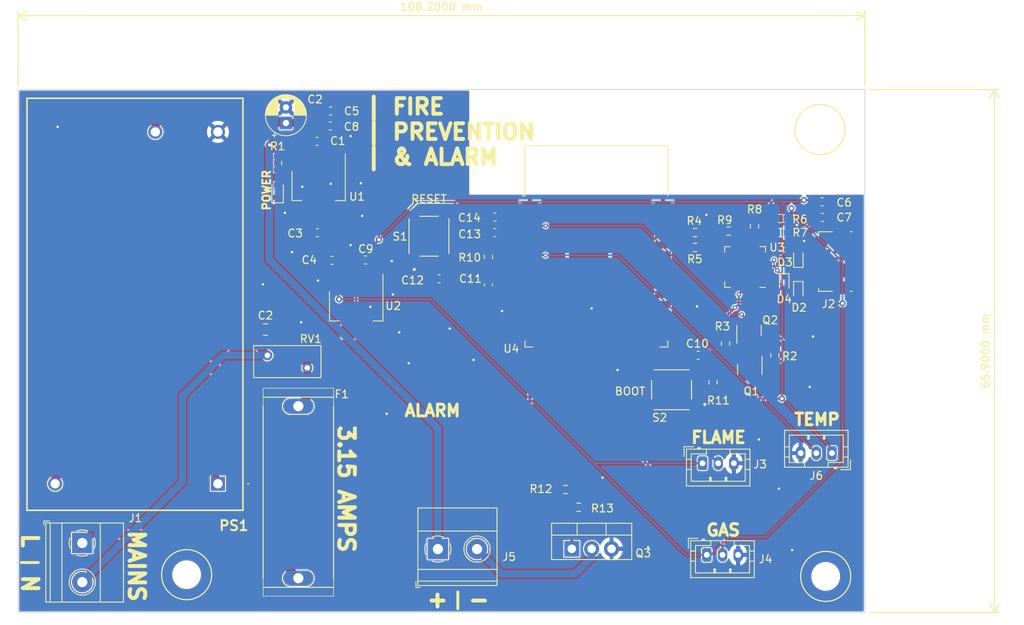
<source format=kicad_pcb>
(kicad_pcb (version 20211014) (generator pcbnew)
  (layers (0 "F.Cu" signal) (31 "B.Cu" signal) (34 "B.Paste" user) (35 "F.Paste" user) (36 "B.SilkS" user "B.Silkscreen") (37 "F.SilkS" user "F.Silkscreen") (38 "B.Mask" user) (39 "F.Mask" user) (44 "Edge.Cuts" user))
  (net 0 "")
  (net 1 "+12V")
  (net 2 "GND")
  (net 3 "Net-(C2-Pad1)")
  (net 4 "N")
  (net 5 "+5V")
  (net 6 "+3V3")
  (net 7 "/EN")
  (net 8 "Net-(D1-Pad2)")
  (net 9 "/USB_DP")
  (net 10 "/USB_DN")
  (net 11 "Net-(J1-Pad1)")
  (net 13 "Net-(F1-PadP$2)")
  (net 14 "Net-(J1-Pad2)")
  (net 15 "/FLAME")
  (net 16 "/DTR")
  (net 17 "Net-(Q1-Pad2)")
  (net 18 "/I00")
  (net 19 "/RTS")
  (net 20 "Net-(Q2-Pad2)")
  (net 21 "/TXD")
  (net 22 "/RXD")
  (net 23 "Net-(R6-Pad2)")
  (net 24 "Net-(R8-Pad1)")
  (net 25 "Net-(R9-Pad1)")
  (net 66 "/TXD0")
  (net 67 "/RXD0")
  (net 68 "/IO0")
  (net 71 "/GAS")
  (net 72 "Net-(J5-Pad2)")
  (net 73 "/TEMP")
  (net 74 "Net-(Q3-Pad1)")
  (net 75 "/ALARM")
  (footprint "RF_Module:ESP32-WROOM-32" (layer "F.Cu") (at 165 89.55)
    (fp_text reference "U4")
    (fp_text value "ESP32-S")
  )
  (footprint "Resistor_SMD:R_0603_1608Metric" (layer "F.Cu") (at 161.05 117.66)
    (fp_text reference "R12")
    (fp_text value "220/10V/5%")
  )
  (footprint "Capacitor_SMD:C_0603_1608Metric" (layer "F.Cu") (at 193.85 80.86 180)
    (fp_text reference "C6")
    (fp_text value "4.7uF/50v")
  )
  (footprint "LED_SMD:LED_0603_1608Metric" (layer "F.Cu") (at 124.25 79.51 90)
    (fp_text reference "D1" hide)
    (fp_text value "12V")
  )
  (footprint "Resistor_SMD:R_0603_1608Metric" (layer "F.Cu") (at 177.6 84.8)
    (fp_text reference "R4")
    (fp_text value "0R")
  )
  (footprint "Package_DFN_QFN:QFN-28-1EP_5x5mm_P0.5mm_EP3.35x3.35mm" (layer "F.Cu") (at 184 89.2 180)
    (fp_text reference "U3")
    (fp_text value "CP2102N-Axx-xQFN28")
  )
  (footprint "Capacitor_SMD:C_0603_1608Metric" (layer "F.Cu") (at 131.025 69.26)
    (fp_text reference "C5")
    (fp_text value "10uF/10V/10%")
  )
  (footprint "TS-1187A-B-A-B:SW_TS-1187A-B-A-B" (layer "F.Cu") (at 143.6 85.2625 90)
    (fp_text reference "S1")
    (fp_text value "TS-1187A-B-A-B")
  )
  (footprint "Fuse:Fuse_BelFuse_0ZRE0005FF_L8.3mm_W3.8mm" (layer "F.Cu") (at 128.05 102.1 180)
    (fp_text reference "RV1")
    (fp_text value "Varistor")
  )
  (footprint "Capacitor_SMD:C_0603_1608Metric" (layer "F.Cu") (at 129.3 73.14)
    (fp_text reference "C1")
    (fp_text value "10uF/10V/10%")
  )
  (footprint "Resistor_SMD:R_0603_1608Metric" (layer "F.Cu") (at 181.9 84.6 180)
    (fp_text reference "R9")
    (fp_text value "10K")
  )
  (footprint "Connector_USB:USB_Micro-B_Molex_47346-0001" (layer "F.Cu") (at 195.1 88.5 90)
    (fp_text reference "J2")
    (fp_text value "USB_B_Micro")
  )
  (footprint "Capacitor_SMD:C_0603_1608Metric" (layer "F.Cu") (at 129.35 84.81 180)
    (fp_text reference "C3")
    (fp_text value "10uF/10V/10%")
  )
  (footprint "Diode_SMD:D_SOD-523" (layer "F.Cu") (at 190.8 92.2 -90)
    (fp_text reference "D2")
    (fp_text value "D_TVS_Filled")
  )
  (footprint "MC000827:MC000827" (layer "F.Cu") (at 131.40675 107 -90)
    (fp_text reference "F1")
    (fp_text value "MC000827")
  )
  (footprint "Capacitor_SMD:C_0603_1608Metric" (layer "F.Cu") (at 152.025 82.815 180)
    (fp_text reference "C14")
    (fp_text value "22uF/10V/10%")
  )
  (footprint "Capacitor_SMD:C_0603_1608Metric" (layer "F.Cu") (at 131.2 88.35 180)
    (fp_text reference "C4")
    (fp_text value "22uF/10V/10%")
  )
  (footprint "Resistor_SMD:R_0603_1608Metric" (layer "F.Cu") (at 185.2 84 90)
    (fp_text reference "R8")
    (fp_text value "2K")
  )
  (footprint "Resistor_SMD:R_0603_1608Metric" (layer "F.Cu") (at 151.2 87.9 -90)
    (fp_text reference "R10")
    (fp_text value "10k")
  )
  (footprint "Capacitor_SMD:C_0603_1608Metric" (layer "F.Cu") (at 152 84.8 180)
    (fp_text reference "C13")
    (fp_text value "100nF/10V/10%")
  )
  (footprint "MountingHole:MountingHole_3.2mm_M3" (layer "F.Cu") (at 193.57 71.62)
    (fp_text reference "REF**" hide)
    (fp_text value "MountingHole_3.2mm_M3")
  )
  (footprint "Diode_SMD:D_SOD-523" (layer "F.Cu") (at 190.8 88.1 90)
    (fp_text reference "D3")
    (fp_text value "D_TVS_Filled")
  )
  (footprint "Connector_JST:JST_PH_B3B-PH-K_1x03_P2.00mm_Vertical" (layer "F.Cu") (at 179.11 126.02)
    (fp_text reference "J4")
    (fp_text value "GAS_SENSOR_MQ2")
  )
  (footprint "Package_TO_SOT_SMD:SOT-23" (layer "F.Cu") (at 184.5 97.3 90)
    (fp_text reference "Q2")
    (fp_text value "SS8050")
  )
  (footprint "Capacitor_SMD:C_0603_1608Metric" (layer "F.Cu") (at 193.875 82.86 180)
    (fp_text reference "C7")
    (fp_text value "0.1uF/50v")
  )
  (footprint "Package_TO_SOT_SMD:SOT-223-3_TabPin2" (layer "F.Cu") (at 134.3 94.2 -90)
    (fp_text reference "U2")
    (fp_text value "AMS1117-3.3")
  )
  (footprint "Resistor_SMD:R_0603_1608Metric" (layer "F.Cu") (at 187.8 100.5 90)
    (fp_text reference "R2")
    (fp_text value "10k")
  )
  (footprint "Connector_JST:JST_PH_B3B-PH-K_1x03_P2.00mm_Vertical" (layer "F.Cu") (at 178.56 114.3)
    (fp_text reference "J3")
    (fp_text value "FLAME_SENSOR_KYO26")
  )
  (footprint "Resistor_SMD:R_0603_1608Metric" (layer "F.Cu") (at 162.73 119.93 180)
    (fp_text reference "R13")
    (fp_text value "47K/10V/5%")
  )
  (footprint "Package_TO_SOT_SMD:SOT-23" (layer "F.Cu") (at 184.6 102.3 -90)
    (fp_text reference "Q1")
    (fp_text value "SS8050")
  )
  (footprint "Resistor_SMD:R_0603_1608Metric" (layer "F.Cu") (at 179.9 103.945 90)
    (fp_text reference "R11")
    (fp_text value "10k")
  )
  (footprint "Resistor_SMD:R_0603_1608Metric" (layer "F.Cu") (at 181.5 99 -90)
    (fp_text reference "R3")
    (fp_text value "10k")
  )
  (footprint "Connector_JST:JST_PH_B3B-PH-K_1x03_P2.00mm_Vertical" (layer "F.Cu") (at 195.1 113 180)
    (fp_text reference "J6")
    (fp_text value "TEMPERATURE_SENSOR_DHT22")
  )
  (footprint "Capacitor_SMD:C_0603_1608Metric" (layer "F.Cu") (at 135.5 88.3)
    (fp_text reference "C9")
    (fp_text value "22uF/10V/10%")
  )
  (footprint "Capacitor_SMD:C_0603_1608Metric" (layer "F.Cu") (at 151.2 91.5 -90)
    (fp_text reference "C11")
    (fp_text value "0.1uF")
  )
  (footprint "Capacitor_SMD:C_0603_1608Metric" (layer "F.Cu") (at 131 71.16)
    (fp_text reference "C8")
    (fp_text value "22uF/10V/10%")
  )
  (footprint "MountingHole:MountingHole_3.2mm_M3" (layer "F.Cu") (at 112.63 128.55)
    (fp_text reference "REF**" hide)
    (fp_text value "MountingHole_3.2mm_M3")
  )
  (footprint "Capacitor_THT:CP_Radial_D5.0mm_P2.00mm" (layer "F.Cu") (at 125.32 70.785113 90)
    (fp_text reference "C2")
    (fp_text value "22uF/50V/20%")
  )
  (footprint "MountingHole:MountingHole_3.2mm_M3" (layer "F.Cu") (at 194.3 128.77)
    (fp_text reference "REF**" hide)
    (fp_text value "MountingHole_3.2mm_M3")
  )
  (footprint "RAC20E-12SK_277:RAC20E12SK277" (layer "F.Cu") (at 116.63 116.92 90)
    (fp_text reference "PS1")
    (fp_text value "RAC20E-12SK_277" hide)
  )
  (footprint "TS-1187A-B-A-B:SW_TS-1187A-B-A-B" (layer "F.Cu") (at 174.6 104.9 180)
    (fp_text reference "S2")
    (fp_text value "TS-1187A-B-A-B")
  )
  (footprint "TerminalBlock_Phoenix:TerminalBlock_Phoenix_MKDS-1,5-2_1x02_P5.00mm_Horizontal" (layer "F.Cu") (at 99.295 124.5 -90)
    (fp_text reference "J1")
    (fp_text value "MAINS")
  )
  (footprint "Package_TO_SOT_SMD:SOT-223-3_TabPin2" (layer "F.Cu") (at 129.5 78.8 -90)
    (fp_text reference "U1")
    (fp_text value "AMS1117-5.0")
  )
  (footprint "Diode_SMD:D_SOD-523" (layer "F.Cu") (at 189 91.2 -90)
    (fp_text reference "D4")
    (fp_text value "D_TVS_Filled")
  )
  (footprint "Resistor_SMD:R_0603_1608Metric" (layer "F.Cu") (at 188.525 83 180)
    (fp_text reference "R6")
    (fp_text value "22.1K")
  )
  (footprint "TerminalBlock_Phoenix:TerminalBlock_Phoenix_MKDS-1,5-2_1x02_P5.00mm_Horizontal" (layer "F.Cu") (at 144.74 125.275)
    (fp_text reference "J5")
    (fp_text value "ALARM_SIREN_12V")
  )
  (footprint "Capacitor_SMD:C_0603_1608Metric" (layer "F.Cu") (at 144.9 90.7)
    (fp_text reference "C12")
    (fp_text value "0.1uF/50v")
  )
  (footprint "Resistor_SMD:R_0603_1608Metric" (layer "F.Cu") (at 188.55 84.8 180)
    (fp_text reference "R7")
    (fp_text value "47.5K")
  )
  (footprint "Package_TO_SOT_THT:TO-220-3_Vertical" (layer "F.Cu") (at 161.85 125.245)
    (fp_text reference "Q3")
    (fp_text value "IRLZ44N")
  )
  (footprint "Capacitor_SMD:C_0805_2012Metric" (layer "F.Cu") (at 122.7 97.2 180)
    (fp_text reference "C2")
    (fp_text value "100nF")
  )
  (footprint "Capacitor_SMD:C_0603_1608Metric" (layer "F.Cu") (at 178 100.5 180)
    (fp_text reference "C10")
    (fp_text value "0.1uF/50v")
  )
  (footprint "Resistor_SMD:R_0603_1608Metric" (layer "F.Cu") (at 124.25 75.91 -90)
    (fp_text reference "R1")
    (fp_text value "2k")
  )
  (footprint "Resistor_SMD:R_0603_1608Metric" (layer "F.Cu") (at 177.6 86.7)
    (fp_text reference "R5")
    (fp_text value "0R")
  )
  (gr_rect (start 91.1 66.5) (end 199.3 133.4) (layer "Edge.Cuts") (width 0.1) (fill none))
  (gr_text "N\n" (at 92.6 129.7 270) (layer "F.SilkS") (effects (font (size 2 2) (thickness 0.5))))
  (gr_text "| FIRE\n| PREVENTION\n| & ALARM" (at 135.26 71.92) (layer "F.SilkS") (effects (font (size 2 2) (thickness 0.5)) (justify left)))
  (gr_text "|" (at 147.29 131.72) (layer "F.SilkS") (effects (font (size 1.5 1.5) (thickness 0.375))))
  (gr_text "+" (at 144.69 131.72) (layer "F.SilkS") (effects (font (size 2 2) (thickness 0.5))))
  (gr_text "3.15 AMPS" (at 133.03 117.59 270) (layer "F.SilkS") (effects (font (size 2 2) (thickness 0.5))))
  (gr_text "|" (at 92.7 127 270) (layer "F.SilkS") (effects (font (size 1.5 1.5) (thickness 0.375))))
  (gr_text "GAS" (at 181.21 122.85) (layer "F.SilkS") (effects (font (size 1.5 1.5) (thickness 0.375))))
  (gr_text "TEMP" (at 193.2 108.7) (layer "F.SilkS") (effects (font (size 1.5 1.5) (thickness 0.375))))
  (gr_text "MAINS" (at 106.24 127.44 270) (layer "F.SilkS") (effects (font (size 2 2) (thickness 0.5))))
  (gr_text "FLAME" (at 180.6 111) (layer "F.SilkS") (effects (font (size 1.5 1.5) (thickness 0.375))))
  (gr_text "RESET" (at 143.6 80.5) (layer "F.SilkS") (effects (font (size 1 1))))
  (gr_text "ALARM" (at 144.05 107.57) (layer "F.SilkS") (effects (font (size 1.5 1.5) (thickness 0.375))))
  (gr_text "-" (at 149.99 131.72) (layer "F.SilkS") (effects (font (size 2 2) (thickness 0.5))))
  (gr_text "POWER" (at 122.85 79.38 90) (layer "F.SilkS") (effects (font (size 1 1) (thickness 0.25))))
  (gr_text "L" (at 92.6 124.2 270) (layer "F.SilkS") (effects (font (size 2 2) (thickness 0.5))))
  (gr_text "BOOT" (at 169.3 105.1) (layer "F.SilkS") (effects (font (size 1 1))))
  (dimension (type aligned) (layer "F.SilkS") (pts (xy 91.1 66.51) (xy 199.3 66.5)) (height -9.45489) (gr_text "108.2000 mm" (at 145.19902 55.90011 0.005295358535) (layer "F.SilkS") (effects (font (size 1 1) (thickness 0.15)))) (format (units 3) (units_format 1) (precision 4)) (style (thickness 0.15) (arrow_length 1.27) (text_position_mode 0) (extension_height 0.58642) (extension_offset 0.5) keep_text_aligned))
  (dimension (type aligned) (layer "F.SilkS") (pts (xy 199.3 66.5) (xy 199.3 133.4)) (height -16.56) (gr_text "66.9000 mm" (at 214.71 99.95 90) (layer "F.SilkS") (effects (font (size 1 1) (thickness 0.15)))) (format (units 3) (units_format 1) (precision 4)) (style (thickness 0.15) (arrow_length 1.27) (text_position_mode 0) (extension_height 0.58642) (extension_offset 0.5) keep_text_aligned))
  (segment (start 128.525 72.86) (end 130.225 71.16) (width 1) (layer "F.Cu") (net 1))
  (segment (start 123.69 73.14) (end 123.25 73.58) (width 1) (layer "F.Cu") (net 1))
  (segment (start 130.225 69.285) (end 130.25 69.26) (width 1) (layer "F.Cu") (net 1))
  (segment (start 108.63 71.92) (end 108.63 70.99) (width 1) (layer "F.Cu") (net 1))
  (segment (start 128.525 73.14) (end 128.525 72.86) (width 1) (layer "F.Cu") (net 1))
  (segment (start 127.2 75.65) (end 127.2 74.465) (width 1) (layer "F.Cu") (net 1))
  (segment (start 128.525 73.14) (end 123.69 73.14) (width 1) (layer "F.Cu") (net 1))
  (segment (start 123.72 70) (end 124.505113 70.785113) (width 1) (layer "F.Cu") (net 1))
  (segment (start 130.225 71.16) (end 130.225 69.285) (width 1) (layer "F.Cu") (net 1))
  (segment (start 130.25 69.26) (end 128.41 69.26) (width 1) (layer "F.Cu") (net 1))
  (segment (start 108.63 70.99) (end 109.62 70) (width 1) (layer "F.Cu") (net 1))
  (segment (start 124.815 75.65) (end 127.2 75.65) (width 0.25) (layer "F.Cu") (net 1))
  (segment (start 109.62 70) (end 123.72 70) (width 1) (layer "F.Cu") (net 1))
  (segment (start 128.41 69.26) (end 126.884887 70.785113) (width 1) (layer "F.Cu") (net 1))
  (segment (start 124.25 75.085) (end 124.815 75.65) (width 0.25) (layer "F.Cu") (net 1))
  (segment (start 127.2 74.465) (end 128.525 73.14) (width 1) (layer "F.Cu") (net 1))
  (segment (start 126.884887 70.785113) (end 125.32 70.785113) (width 1) (layer "F.Cu") (net 1))
  (segment (start 124.505113 70.785113) (end 125.32 70.785113) (width 1) (layer "F.Cu") (net 1))
  (via (at 123.25 73.58) (size 0.8) (drill 0.4) (layers "F.Cu" "B.Cu") (net 1))
  (segment (start 123.2 73.63) (end 123.2 88.3125) (width 1) (layer "B.Cu") (net 1))
  (segment (start 123.2 88.3125) (end 144.74 109.8525) (width 1) (layer "B.Cu") (net 1))
  (segment (start 144.74 109.8525) (end 144.74 125.275) (width 1) (layer "B.Cu") (net 1))
  (segment (start 123.25 73.58) (end 123.2 73.63) (width 1) (layer "B.Cu") (net 1))
  (segment (start 186.45 89.7) (end 184.5 89.7) (width 0.25) (layer "F.Cu") (net 2))
  (segment (start 194.6125 91.875) (end 193.725 90.9875) (width 0.25) (layer "F.Cu") (net 2))
  (segment (start 196.3 91.875) (end 194.6125 91.875) (width 0.25) (layer "F.Cu") (net 2))
  (segment (start 186.87 89.7) (end 189 91.83) (width 0.25) (layer "F.Cu") (net 2))
  (segment (start 189 91.83) (end 189 91.9) (width 0.25) (layer "F.Cu") (net 2))
  (segment (start 186.45 89.7) (end 186.87 89.7) (width 0.25) (layer "F.Cu") (net 2))
  (segment (start 184.5 89.7) (end 184 89.2) (width 0.25) (layer "F.Cu") (net 2))
  (via (at 164.38 94.5) (size 0.6) (drill 0.3) (layers "F.Cu" "B.Cu") (net 2))
  (via (at 188.31 117.55) (size 0.6) (drill 0.3) (layers "F.Cu" "B.Cu") (net 2))
  (via (at 185.76 111.26) (size 0.6) (drill 0.3) (layers "F.Cu" "B.Cu") (net 2))
  (via (at 165.78 116.14) (size 0.6) (drill 0.3) (layers "F.Cu" "B.Cu") (net 2))
  (via (at 126.09 87.3) (size 0.6) (drill 0.3) (layers "F.Cu" "B.Cu") (net 2))
  (via (at 149.3 101.08) (size 0.6) (drill 0.3) (layers "F.Cu" "B.Cu") (net 2))
  (via (at 134.9 78.49) (size 0.6) (drill 0.3) (layers "F.Cu" "B.Cu") (net 2))
  (via (at 122.38 91.42) (size 0.6) (drill 0.3) (layers "F.Cu" "B.Cu") (net 2))
  (via (at 129.42 90.94) (size 0.6) (drill 0.3) (layers "F.Cu" "B.Cu") (net 2))
  (via (at 192.68 98.09) (size 0.6) (drill 0.3) (layers "F.Cu" "B.Cu") (net 2))
  (via (at 191.55 85.87) (size 0.6) (drill 0.3) (layers "F.Cu" "B.Cu") (net 2))
  (via (at 138.2 107.97) (size 0.6) (drill 0.3) (layers "F.Cu" "B.Cu") (net 2))
  (via (at 167.7 102.38) (size 0.6) (drill 0.3) (layers "F.Cu" "B.Cu") (net 2))
  (via (at 190.02 125.4) (size 0.6) (drill 0.3) (layers "F.Cu" "B.Cu") (net 2))
  (via (at 152.94 94.84) (size 0.6) (drill 0.3) (layers "F.Cu" "B.Cu") (net 2))
  (via (at 171.61 125.04) (size 0.6) (drill 0.3) (layers "F.Cu" "B.Cu") (net 2))
  (via (at 133.58 86.4) (size 0.6) (drill 0.3) (layers "F.Cu" "B.Cu") (net 2))
  (via (at 141.01 101.51) (size 0.6) (drill 0.3) (layers "F.Cu" "B.Cu") (net 2))
  (via (at 133.58 72.46) (size 0.6) (drill 0.3) (layers "F.Cu" "B.Cu") (net 2))
  (via (at 179.05 82.54) (size 0.6) (drill 0.3) (layers "F.Cu" "B.Cu") (net 2))
  (via (at 96.15 71.28) (size 0.6) (drill 0.3) (layers "F.Cu" "B.Cu") (net 2))
  (via (at 138.99 92.71) (size 0.6) (drill 0.3) (layers "F.Cu" "B.Cu") (net 2))
  (via (at 125.19 82.27) (size 0.6) (drill 0.3) (layers "F.Cu" "B.Cu") (net 2))
  (via (at 192.26 104.54) (size 0.6) (drill 0.3) (layers "F.Cu" "B.Cu") (net 2))
  (via (at 127.27 96.28) (size 0.6) (drill 0.3) (layers "F.Cu" "B.Cu") (net 2))
  (via (at 135.07 82.66) (size 0.6) (drill 0.3) (layers "F.Cu" "B.Cu") (net 2))
  (via (at 136.11 94.3) (size 0.6) (drill 0.3) (layers "F.Cu" "B.Cu") (net 2))
  (via (at 146.25 97.08) (size 0.6) (drill 0.3) (layers "F.Cu" "B.Cu") (net 2))
  (via (at 127.41 78.94) (size 0.6) (drill 0.3) (layers "F.Cu" "B.Cu") (net 2))
  (via (at 131.05 78.56) (size 0.6) (drill 0.3) (layers "F.Cu" "B.Cu") (net 2))
  (via (at 177.85 94.24) (size 0.6) (drill 0.3) (layers "F.Cu" "B.Cu") (net 2))
  (via (at 139.79 97.56) (size 0.6) (drill 0.3) (layers "F.Cu" "B.Cu") (net 2))
  (via (at 190.62 83.82) (size 0.6) (drill 0.3) (layers "F.Cu" "B.Cu") (net 2))
  (via (at 138.85 88.44) (size 0.6) (drill 0.3) (layers "F.Cu" "B.Cu") (net 2))
  (segment (start 131.975 88.35) (end 132 88.375) (width 0.25) (layer "F.Cu") (net 5))
  (segment (start 189.92 82.43) (end 189.35 83) (width 0.4) (layer "F.Cu") (net 5))
  (segment (start 129.5 81.95) (end 129.5 75.65) (width 0.25) (layer "F.Cu") (net 5))
  (segment (start 132 93.22) (end 132.1 93.32) (width 0.25) (layer "F.Cu") (net 5))
  (segment (start 132 88.375) (end 132 91.05) (width 0.25) (layer "F.Cu") (net 5))
  (segment (start 131.975 88.35) (end 131.975 86.66) (width 0.25) (layer "F.Cu") (net 5))
  (segment (start 192.5 89.8) (end 193.64 89.8) (width 0.25) (layer "F.Cu") (net 5))
  (segment (start 132 91.05) (end 132 93.22) (width 0.25) (layer "F.Cu") (net 5))
  (segment (start 189.92 81.69) (end 189.92 82.43) (width 0.4) (layer "F.Cu") (net 5))
  (segment (start 190.8 91.5) (end 192.5 89.8) (width 0.25) (layer "F.Cu") (net 5))
  (segment (start 129.5 84.185) (end 129.5 81.95) (width 0.25) (layer "F.Cu") (net 5))
  (segment (start 130.125 84.81) (end 129.5 84.185) (width 0.25) (layer "F.Cu") (net 5))
  (segment (start 131.975 86.66) (end 130.125 84.81) (width 0.25) (layer "F.Cu") (net 5))
  (segment (start 193.15 93.85) (end 196.45 93.85) (width 0.25) (layer "F.Cu") (net 5))
  (segment (start 190.8 91.5) (end 193.15 93.85) (width 0.25) (layer "F.Cu") (net 5))
  (via (at 132.1 93.32) (size 0.8) (drill 0.4) (layers "F.Cu" "B.Cu") (net 5))
  (via (at 189.92 81.69) (size 0.8) (drill 0.4) (layers "F.Cu" "B.Cu") (net 5))
  (via (at 196.45 93.85) (size 0.8) (drill 0.4) (layers "F.Cu" "B.Cu") (net 5))
  (segment (start 132.1 93.32) (end 143.74137 93.32) (width 0.25) (layer "B.Cu") (net 5))
  (segment (start 163.780685 113.359315) (end 176.44137 126.02) (width 0.25) (layer "B.Cu") (net 5))
  (segment (start 189.92 82.02) (end 189.92 81.69) (width 0.25) (layer "B.Cu") (net 5))
  (segment (start 143.74137 93.32) (end 163.780685 113.359315) (width 0.25) (layer "B.Cu") (net 5))
  (segment (start 164.72137 114.3) (end 163.780685 113.359315) (width 0.25) (layer "B.Cu") (net 5))
  (segment (start 196.45 88.55) (end 189.92 82.02) (width 0.25) (layer "B.Cu") (net 5))
  (segment (start 186.64 123.77) (end 196.45 113.96) (width 0.25) (layer "B.Cu") (net 5))
  (segment (start 196.45 93.85) (end 196.45 88.55) (width 0.25) (layer "B.Cu") (net 5))
  (segment (start 178.56 114.3) (end 164.72137 114.3) (width 0.25) (layer "B.Cu") (net 5))
  (segment (start 179.629355 126.02) (end 181.879355 123.77) (width 0.25) (layer "B.Cu") (net 5))
  (segment (start 196.45 113.96) (end 196.45 93.85) (width 0.25) (layer "B.Cu") (net 5))
  (segment (start 176.44137 126.02) (end 179.11 126.02) (width 0.25) (layer "B.Cu") (net 5))
  (segment (start 181.879355 123.77) (end 186.64 123.77) (width 0.25) (layer "B.Cu") (net 5))
  (segment (start 179.11 126.02) (end 179.629355 126.02) (width 0.25) (layer "B.Cu") (net 5))
  (segment (start 153.05 82.565) (end 156.5 82.565) (width 0.25) (layer "F.Cu") (net 6))
  (segment (start 134.725 88.175) (end 137.2 85.7) (width 0.25) (layer "F.Cu") (net 6))
  (segment (start 193.1 82.86) (end 188.26 87.7) (width 0.25) (layer "F.Cu") (net 6))
  (segment (start 152.8 82.815) (end 153.05 82.565) (width 0.25) (layer "F.Cu") (net 6))
  (segment (start 152.775 84.8) (end 152.775 85.5) (width 0.25) (layer "F.Cu") (net 6))
  (segment (start 146.8 80.9) (end 148.1 82.2) (width 0.25) (layer "F.Cu") (net 6))
  (segment (start 193.075 80.86) (end 193.075 82.835) (width 0.4) (layer "F.Cu") (net 6))
  (segment (start 134.3 97.35) (end 134.3 91.05) (width 0.25) (layer "F.Cu") (net 6))
  (segment (start 191.51 80.65) (end 192.865 80.65) (width 0.25) (layer "F.Cu") (net 6))
  (segment (start 192.865 80.65) (end 193.075 80.86) (width 0.25) (layer "F.Cu") (net 6))
  (segment (start 186.45 87.7) (end 186.45 88.2) (width 0.25) (layer "F.Cu") (net 6))
  (segment (start 134.3 88.725) (end 134.725 88.3) (width 0.25) (layer "F.Cu") (net 6))
  (segment (start 187.725 80.65) (end 185.2 83.175) (width 0.25) (layer "F.Cu") (net 6))
  (segment (start 140.5 80.9) (end 146.8 80.9) (width 0.25) (layer "F.Cu") (net 6))
  (segment (start 137.2 85.7) (end 137.2 84.2) (width 0.25) (layer "F.Cu") (net 6))
  (segment (start 134.3 91.05) (end 134.3 88.725) (width 0.25) (layer "F.Cu") (net 6))
  (segment (start 137.2 84.2) (end 140.5 80.9) (width 0.25) (layer "F.Cu") (net 6))
  (segment (start 148.1 82.2) (end 148.1 85.6) (width 0.25) (layer "F.Cu") (net 6))
  (segment (start 134.725 88.3) (end 134.725 88.175) (width 0.25) (layer "F.Cu") (net 6))
  (segment (start 181.16 106.03) (end 188.71 106.03) (width 0.25) (layer "F.Cu") (net 6))
  (segment (start 152.775 85.5) (end 151.2 87.075) (width 0.25) (layer "F.Cu") (net 6))
  (segment (start 148.1 85.6) (end 149.575 87.075) (width 0.25) (layer "F.Cu") (net 6))
  (segment (start 179.9 104.77) (end 181.16 106.03) (width 0.25) (layer "F.Cu") (net 6))
  (segment (start 152.775 82.84) (end 152.8 82.815) (width 0.25) (layer "F.Cu") (net 6))
  (segment (start 193.075 82.835) (end 193.1 82.86) (width 0.4) (layer "F.Cu") (net 6))
  (segment (start 149.575 87.075) (end 151.2 87.075) (width 0.25) (layer "F.Cu") (net 6))
  (segment (start 191.51 80.65) (end 187.725 80.65) (width 0.25) (layer "F.Cu") (net 6))
  (segment (start 152.775 84.8) (end 152.775 82.84) (width 0.25) (layer "F.Cu") (net 6))
  (segment (start 188.26 87.7) (end 186.45 87.7) (width 0.25) (layer "F.Cu") (net 6))
  (via (at 137.2 85.7) (size 0.8) (drill 0.4) (layers "F.Cu" "B.Cu") (net 6))
  (via (at 188.71 106.03) (size 0.8) (drill 0.4) (layers "F.Cu" "B.Cu") (net 6))
  (via (at 191.51 80.65) (size 0.8) (drill 0.4) (layers "F.Cu" "B.Cu") (net 6))
  (segment (start 191.312511 80.847489) (end 142.052511 80.847489) (width 0.25) (layer "B.Cu") (net 6))
  (segment (start 191.51 80.65) (end 191.312511 80.847489) (width 0.25) (layer "B.Cu") (net 6))
  (segment (start 142.052511 80.847489) (end 137.2 85.7) (width 0.25) (layer "B.Cu") (net 6))
  (segment (start 188.747489 81.22972) (end 188.747489 105.992511) (width 0.25) (layer "B.Cu") (net 6))
  (segment (start 195.1 112.42) (end 195.1 113) (width 0.25) (layer "B.Cu") (net 6))
  (segment (start 189.12972 80.847489) (end 188.747489 81.22972) (width 0.25) (layer "B.Cu") (net 6))
  (segment (start 188.747489 105.992511) (end 188.71 106.03) (width 0.25) (layer "B.Cu") (net 6))
  (segment (start 188.71 106.03) (end 195.1 112.42) (width 0.25) (layer "B.Cu") (net 6))
  (segment (start 145.475 90.5) (end 145.675 90.7) (width 0.25) (layer "F.Cu") (net 7))
  (segment (start 145.475 88.2625) (end 145.475 90.5) (width 0.25) (layer "F.Cu") (net 7))
  (segment (start 154.3 85.6) (end 154.3 84.9) (width 0.25) (layer "F.Cu") (net 7))
  (segment (start 154.3 84.9) (end 155.365 83.835) (width 0.25) (layer "F.Cu") (net 7))
  (segment (start 151.2 88.725) (end 151.2 88.7) (width 0.25) (layer "F.Cu") (net 7))
  (segment (start 151.175 90.7) (end 151.2 90.725) (width 0.25) (layer "F.Cu") (net 7))
  (segment (start 151.2 88.725) (end 151.2 90.725) (width 0.25) (layer "F.Cu") (net 7))
  (segment (start 158.52 83.92) (end 156.585 83.92) (width 0.25) (layer "F.Cu") (net 7))
  (segment (start 155.365 83.835) (end 156.5 83.835) (width 0.25) (layer "F.Cu") (net 7))
  (segment (start 184.5 96.21) (end 183.56 95.27) (width 0.25) (layer "F.Cu") (net 7))
  (segment (start 145.675 90.7) (end 151.175 90.7) (width 0.25) (layer "F.Cu") (net 7))
  (segment (start 156.585 83.92) (end 156.5 83.835) (width 0.25) (layer "F.Cu") (net 7))
  (segment (start 184.5 96.3625) (end 184.5 96.21) (width 0.25) (layer "F.Cu") (net 7))
  (segment (start 145.475 88.2625) (end 145.475 82.2625) (width 0.25) (layer "F.Cu") (net 7))
  (segment (start 151.2 88.7) (end 154.3 85.6) (width 0.25) (layer "F.Cu") (net 7))
  (via (at 158.52 83.92) (size 0.6) (drill 0.3) (layers "F.Cu" "B.Cu") (net 7))
  (via (at 183.56 95.27) (size 0.6) (drill 0.3) (layers "F.Cu" "B.Cu") (net 7))
  (segment (start 182.16 95.26) (end 170.82 83.92) (width 0.25) (layer "B.Cu") (net 7))
  (segment (start 170.82 83.92) (end 158.52 83.92) (width 0.25) (layer "B.Cu") (net 7))
  (segment (start 183.55 95.26) (end 182.16 95.26) (width 0.25) (layer "B.Cu") (net 7))
  (segment (start 183.56 95.27) (end 183.55 95.26) (width 0.25) (layer "B.Cu") (net 7))
  (segment (start 124.25 78.7225) (end 124.25 76.735) (width 0.25) (layer "F.Cu") (net 8))
  (segment (start 186.45 89.2) (end 186.55 89.1) (width 0.2) (layer "F.Cu") (net 9))
  (segment (start 186.55 89.1) (end 190.5 89.1) (width 0.2) (layer "F.Cu") (net 9))
  (segment (start 190.5 89.1) (end 190.8 88.8) (width 0.2) (layer "F.Cu") (net 9))
  (segment (start 190.8 88.8) (end 191.1 88.5) (width 0.2) (layer "F.Cu") (net 9))
  (segment (start 191.1 88.5) (end 193.64 88.5) (width 0.2) (layer "F.Cu") (net 9))
  (segment (start 188.1275 89.6275) (end 189 90.5) (width 0.2) (layer "F.Cu") (net 10))
  (segment (start 191.07 90.5) (end 189 90.5) (width 0.2) (layer "F.Cu") (net 10))
  (segment (start 192.42 89.15) (end 191.07 90.5) (width 0.2) (layer "F.Cu") (net 10))
  (segment (start 188.12 89.6275) (end 188.1275 89.6275) (width 0.2) (layer "F.Cu") (net 10))
  (segment (start 186.45 88.7) (end 187.3 88.7) (width 0.2) (layer "F.Cu") (net 10))
  (segment (start 193.64 89.15) (end 192.42 89.15) (width 0.2) (layer "F.Cu") (net 10))
  (segment (start 187.3 88.7) (end 187.7 88.3) (width 0.2) (layer "F.Cu") (net 10))
  (via (at 188.12 89.6275) (size 0.6) (drill 0.3) (layers "F.Cu" "B.Cu") (net 10))
  (via (at 187.7 88.3) (size 0.6) (drill 0.3) (layers "F.Cu" "B.Cu") (net 10))
  (segment (start 187.7 89.2075) (end 188.12 89.6275) (width 0.2) (layer "B.Cu") (net 10))
  (segment (start 187.7 88.3) (end 187.7 89.2075) (width 0.2) (layer "B.Cu") (net 10))
  (segment (start 100.415 123.38) (end 121.28675 123.38) (width 1) (layer "F.Cu") (net 11))
  (segment (start 99.295 124.5) (end 100.415 123.38) (width 1) (layer "F.Cu") (net 11))
  (segment (start 121.28675 123.38) (end 126.90675 129) (width 1) (layer "F.Cu") (net 11))
  (segment (start 117.0375 95) (end 95.83 116.2075) (width 1) (layer "F.Cu") (net 13))
  (segment (start 128.05 102.1) (end 128.05 105.85675) (width 1) (layer "F.Cu") (net 13))
  (segment (start 95.83 116.2075) (end 95.83 116.92) (width 1) (layer "F.Cu") (net 13))
  (segment (start 123.65 97.2) (end 123.65 96.25) (width 1) (layer "F.Cu") (net 13))
  (segment (start 128.05 105.85675) (end 126.90675 107) (width 1) (layer "F.Cu") (net 13))
  (segment (start 123.65 96.25) (end 122.4 95) (width 1) (layer "F.Cu") (net 13))
  (segment (start 128.05 101.6) (end 123.65 97.2) (width 1) (layer "F.Cu") (net 13))
  (segment (start 122.4 95) (end 117.0375 95) (width 1) (layer "F.Cu") (net 13))
  (segment (start 128.05 102.1) (end 128.05 101.6) (width 1) (layer "F.Cu") (net 13))
  (segment (start 119.9 97.2) (end 121.75 97.2) (width 1) (layer "F.Cu") (net 14))
  (segment (start 116.63 116.92) (end 116.3 116.59) (width 1) (layer "F.Cu") (net 14))
  (segment (start 116.3 100.8) (end 119.9 97.2) (width 1) (layer "F.Cu") (net 14))
  (segment (start 121.75 97.2) (end 121.75 99.3) (width 1) (layer "F.Cu") (net 14))
  (segment (start 116.3 116.59) (end 116.3 100.8) (width 1) (layer "F.Cu") (net 14))
  (segment (start 121.75 99.3) (end 122.95 100.5) (width 1) (layer "F.Cu") (net 14))
  (segment (start 112.1 105.7) (end 117.3 100.5) (width 1) (layer "B.Cu") (net 14))
  (segment (start 112.1 116.695) (end 112.1 105.7) (width 1) (layer "B.Cu") (net 14))
  (segment (start 117.3 100.5) (end 122.95 100.5) (width 1) (layer "B.Cu") (net 14))
  (segment (start 99.295 129.5) (end 112.1 116.695) (width 1) (layer "B.Cu") (net 14))
  (segment (start 157.05 90.185) (end 158.41 91.545) (width 0.25) (layer "F.Cu") (net 15))
  (segment (start 171.01 112.62) (end 178.88 112.62) (width 0.25) (layer "F.Cu") (net 15))
  (segment (start 158.41 100.02) (end 171.01 112.62) (width 0.25) (layer "F.Cu") (net 15))
  (segment (start 178.88 112.62) (end 180.56 114.3) (width 0.25) (layer "F.Cu") (net 15))
  (segment (start 158.41 91.545) (end 158.41 100.02) (width 0.25) (layer "F.Cu") (net 15))
  (segment (start 156.5 90.185) (end 157.05 90.185) (width 0.25) (layer "F.Cu") (net 15))
  (segment (start 188.9 100.9) (end 188.9 98.7) (width 0.25) (layer "F.Cu") (net 16))
  (segment (start 188.9 98.7) (end 185.5 95.3) (width 0.25) (layer "F.Cu") (net 16))
  (segment (start 187.8 101.325) (end 185.5875 101.325) (width 0.25) (layer "F.Cu") (net 16))
  (segment (start 185.5 95.3) (end 185.5 91.65) (width 0.25) (layer "F.Cu") (net 16))
  (segment (start 185.5875 101.325) (end 185.55 101.3625) (width 0.25) (layer "F.Cu") (net 16))
  (segment (start 187.8 101.325) (end 188.475 101.325) (width 0.25) (layer "F.Cu") (net 16))
  (segment (start 188.475 101.325) (end 188.9 100.9) (width 0.25) (layer "F.Cu") (net 16))
  (segment (start 182.1125 99.825) (end 183.65 101.3625) (width 0.25) (layer "F.Cu") (net 17))
  (segment (start 181.5 99.825) (end 182.1125 99.825) (width 0.25) (layer "F.Cu") (net 17))
  (segment (start 182.7 94.4) (end 181.5 95.6) (width 0.25) (layer "F.Cu") (net 19))
  (segment (start 181.5 98.175) (end 183.4875 98.175) (width 0.25) (layer "F.Cu") (net 19))
  (segment (start 183.2 92.7) (end 183.5 92.4) (width 0.25) (layer "F.Cu") (net 19))
  (segment (start 183.4875 98.175) (end 183.55 98.2375) (width 0.25) (layer "F.Cu") (net 19))
  (segment (start 181.5 95.6) (end 181.5 98.175) (width 0.25) (layer "F.Cu") (net 19))
  (segment (start 183.5 92.4) (end 183.5 91.65) (width 0.25) (layer "F.Cu") (net 19))
  (via (at 183.2 92.7) (size 0.6) (drill 0.3) (layers "F.Cu" "B.Cu") (net 19))
  (via (at 182.7 94.4) (size 0.6) (drill 0.3) (layers "F.Cu" "B.Cu") (net 19))
  (segment (start 183.2 92.7) (end 183.2 93.9) (width 0.25) (layer "B.Cu") (net 19))
  (segment (start 183.2 93.9) (end 182.7 94.4) (width 0.25) (layer "B.Cu") (net 19))
  (segment (start 186.8875 99.675) (end 185.45 98.2375) (width 0.25) (layer "F.Cu") (net 20))
  (segment (start 187.8 99.675) (end 186.8875 99.675) (width 0.25) (layer "F.Cu") (net 20))
  (segment (start 183.703862 93.730031) (end 181.696137 93.730031) (width 0.25) (layer "F.Cu") (net 21))
  (segment (start 177.7 85.525) (end 178.425 84.8) (width 0.25) (layer "F.Cu") (net 21))
  (segment (start 184.5 91.65) (end 184.5 92.933894) (width 0.25) (layer "F.Cu") (net 21))
  (segment (start 184.5 92.933894) (end 183.703862 93.730031) (width 0.25) (layer "F.Cu") (net 21))
  (segment (start 181.696137 93.730031) (end 177.7 89.733894) (width 0.25) (layer "F.Cu") (net 21))
  (segment (start 177.7 89.733894) (end 177.7 85.525) (width 0.25) (layer "F.Cu") (net 21))
  (segment (start 181.852511 93.352511) (end 178.425 89.925) (width 0.25) (layer "F.Cu") (net 22))
  (segment (start 184 91.65) (end 184 92.9) (width 0.25) (layer "F.Cu") (net 22))
  (segment (start 183.547489 93.352511) (end 181.852511 93.352511) (width 0.25) (layer "F.Cu") (net 22))
  (segment (start 184 92.9) (end 183.547489 93.352511) (width 0.25) (layer "F.Cu") (net 22))
  (segment (start 178.425 89.925) (end 178.425 86.7) (width 0.25) (layer "F.Cu") (net 22))
  (segment (start 187 84.8) (end 187.725 84.8) (width 0.25) (layer "F.Cu") (net 23))
  (segment (start 187.7 84.775) (end 187.725 84.8) (width 0.4) (layer "F.Cu") (net 23))
  (segment (start 185.5 86.75) (end 185.5 86.3) (width 0.25) (layer "F.Cu") (net 23))
  (segment (start 185.5 86.3) (end 187 84.8) (width 0.25) (layer "F.Cu") (net 23))
  (segment (start 187.7 83) (end 187.7 84.775) (width 0.4) (layer "F.Cu") (net 23))
  (segment (start 185 85.025) (end 185.2 84.825) (width 0.25) (layer "F.Cu") (net 24))
  (segment (start 185 86.75) (end 185 85.025) (width 0.25) (layer "F.Cu") (net 24))
  (segment (start 182.725 84.6) (end 184 85.875) (width 0.25) (layer "F.Cu") (net 25))
  (segment (start 184 85.875) (end 184 86.75) (width 0.25) (layer "F.Cu") (net 25))
  (segment (start 176.47 85.105) (end 176.775 84.8) (width 0.4) (layer "F.Cu") (net 66))
  (segment (start 173.5 85.105) (end 176.47 85.105) (width 0.4) (layer "F.Cu") (net 66))
  (segment (start 173.5 86.375) (end 176.45 86.375) (width 0.4) (layer "F.Cu") (net 67))
  (segment (start 176.45 86.375) (end 176.775 86.7) (width 0.4) (layer "F.Cu") (net 67))
  (segment (start 177.6 103.025) (end 171.6 103.025) (width 0.25) (layer "F.Cu") (net 68))
  (segment (start 177.6 103.025) (end 179.805 103.025) (width 0.25) (layer "F.Cu") (net 68))
  (segment (start 177.6 100.875) (end 177.6 103.025) (width 0.25) (layer "F.Cu") (net 68))
  (segment (start 177.225 100.5) (end 177.6 100.875) (width 0.25) (layer "F.Cu") (net 68))
  (segment (start 174.53 97.805) (end 177.225 100.5) (width 0.25) (layer "F.Cu") (net 68))
  (segment (start 173.5 97.805) (end 174.53 97.805) (width 0.25) (layer "F.Cu") (net 68))
  (segment (start 179.805 103.025) (end 179.9 103.12) (width 0.25) (layer "F.Cu") (net 68))
  (segment (start 181.11 124.02) (end 181.11 126.02) (width 0.25) (layer "F.Cu") (net 71))
  (segment (start 156.5 91.455) (end 157.05 91.455) (width 0.25) (layer "F.Cu") (net 71))
  (segment (start 158.03248 92.43748) (end 158.03248 100.94248) (width 0.25) (layer "F.Cu") (net 71))
  (segment (start 157.05 91.455) (end 158.03248 92.43748) (width 0.25) (layer "F.Cu") (net 71))
  (segment (start 158.03248 100.94248) (end 181.11 124.02) (width 0.25) (layer "F.Cu") (net 71))
  (segment (start 164.39 126.33) (end 164.39 125.245) (width 1) (layer "B.Cu") (net 72))
  (segment (start 162.27 128.45) (end 164.39 126.33) (width 1) (layer "B.Cu") (net 72))
  (segment (start 149.74 125.275) (end 152.915 128.45) (width 1) (layer "B.Cu") (net 72))
  (segment (start 152.915 128.45) (end 162.27 128.45) (width 1) (layer "B.Cu") (net 72))
  (segment (start 158.445 87.645) (end 158.5 87.7) (width 0.25) (layer "F.Cu") (net 73))
  (segment (start 156.5 87.645) (end 158.445 87.645) (width 0.25) (layer "F.Cu") (net 73))
  (via (at 158.5 87.7) (size 0.6) (drill 0.3) (layers "F.Cu" "B.Cu") (net 73))
  (segment (start 167.8 87.7) (end 193.1 113) (width 0.25) (layer "B.Cu") (net 73))
  (segment (start 158.5 87.7) (end 167.8 87.7) (width 0.25) (layer "B.Cu") (net 73))
  (segment (start 161.875 117.66) (end 161.875 119.9) (width 0.4) (layer "F.Cu") (net 74))
  (segment (start 161.905 119.93) (end 161.85 119.985) (width 0.4) (layer "F.Cu") (net 74))
  (segment (start 161.875 119.9) (end 161.905 119.93) (width 0.4) (layer "F.Cu") (net 74))
  (segment (start 161.85 119.985) (end 161.85 125.245) (width 0.4) (layer "F.Cu") (net 74))
  (segment (start 156.5 113.935) (end 160.225 117.66) (width 0.4) (layer "F.Cu") (net 75))
  (segment (start 156.5 97.805) (end 156.5 113.935) (width 0.4) (layer "F.Cu") (net 75))
  (zone (net 2) (net_name "GND") (layers F&B.Cu) (connect_pads (clearance 0.15)) (min_thickness 0.254) (fill yes (thermal_gap 0.508) (thermal_bridge_width 0.508))
    (polygon (pts (xy 148.73 79.96) (xy 201.29 79.96) (xy 201.29 134.98) (xy 88.78 134.98) (xy 88.78 64.59) (xy 148.73 64.59)))
  )
)
</source>
